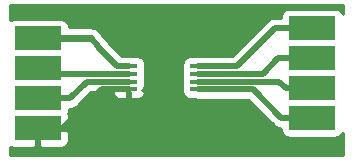
<source format=gbr>
G04 #@! TF.GenerationSoftware,KiCad,Pcbnew,(5.1.5)-3*
G04 #@! TF.CreationDate,2021-10-12T15:59:54+02:00*
G04 #@! TF.ProjectId,RFID_Cosine,52464944-5f43-46f7-9369-6e652e6b6963,rev?*
G04 #@! TF.SameCoordinates,Original*
G04 #@! TF.FileFunction,Copper,L1,Top*
G04 #@! TF.FilePolarity,Positive*
%FSLAX46Y46*%
G04 Gerber Fmt 4.6, Leading zero omitted, Abs format (unit mm)*
G04 Created by KiCad (PCBNEW (5.1.5)-3) date 2021-10-12 15:59:54*
%MOMM*%
%LPD*%
G04 APERTURE LIST*
%ADD10R,4.000000X2.000000*%
%ADD11R,1.450000X0.450000*%
%ADD12C,0.600000*%
%ADD13C,0.500000*%
%ADD14C,0.254000*%
G04 APERTURE END LIST*
D10*
X125000000Y-103500000D03*
X125000000Y-106040000D03*
X125000000Y-108580000D03*
X125000000Y-111120000D03*
X148250000Y-102630000D03*
X148250000Y-105170000D03*
X148250000Y-107710000D03*
X148250000Y-110250000D03*
D11*
X132725001Y-105850001D03*
X132725001Y-106500001D03*
X132725001Y-107150001D03*
X132725001Y-107800001D03*
X138625001Y-107800001D03*
X138625001Y-107150001D03*
X138625001Y-106500001D03*
X138625001Y-105850001D03*
D12*
X129500000Y-103500000D02*
X125000000Y-103500000D01*
D13*
X132725001Y-105850001D02*
X131750001Y-105850001D01*
X131750001Y-105850001D02*
X130150000Y-104250000D01*
X130150000Y-104150000D02*
X129500000Y-103500000D01*
X130150000Y-104250000D02*
X130150000Y-104150000D01*
X125460001Y-106500001D02*
X125000000Y-106040000D01*
X132725001Y-106500001D02*
X125460001Y-106500001D01*
X132725001Y-107150001D02*
X129199999Y-107150001D01*
X127770000Y-108580000D02*
X125000000Y-108580000D01*
X129199999Y-107150001D02*
X127770000Y-108580000D01*
X132725001Y-107800001D02*
X130449999Y-107800001D01*
X127130000Y-111120000D02*
X125000000Y-111120000D01*
X130449999Y-107800001D02*
X127130000Y-111120000D01*
X138625001Y-105850001D02*
X141849999Y-105850001D01*
X145070000Y-102630000D02*
X148250000Y-102630000D01*
X141849999Y-105850001D02*
X145070000Y-102630000D01*
X138625001Y-106500001D02*
X144049999Y-106500001D01*
X145380000Y-105170000D02*
X148250000Y-105170000D01*
X144049999Y-106500001D02*
X145380000Y-105170000D01*
X138625001Y-107150001D02*
X145450001Y-107150001D01*
X146010000Y-107710000D02*
X148250000Y-107710000D01*
X145450001Y-107150001D02*
X146010000Y-107710000D01*
X138625001Y-107800001D02*
X143200001Y-107800001D01*
X145650000Y-110250000D02*
X148250000Y-110250000D01*
X143200001Y-107800001D02*
X145650000Y-110250000D01*
D14*
G36*
X150840001Y-101387465D02*
G01*
X150839502Y-101385820D01*
X150780537Y-101275506D01*
X150701185Y-101178815D01*
X150604494Y-101099463D01*
X150494180Y-101040498D01*
X150374482Y-101004188D01*
X150250000Y-100991928D01*
X146250000Y-100991928D01*
X146125518Y-101004188D01*
X146005820Y-101040498D01*
X145895506Y-101099463D01*
X145798815Y-101178815D01*
X145719463Y-101275506D01*
X145660498Y-101385820D01*
X145624188Y-101505518D01*
X145611928Y-101630000D01*
X145611928Y-101745000D01*
X145113466Y-101745000D01*
X145069999Y-101740719D01*
X145026533Y-101745000D01*
X145026523Y-101745000D01*
X144896510Y-101757805D01*
X144729687Y-101808411D01*
X144575941Y-101890589D01*
X144575939Y-101890590D01*
X144575940Y-101890590D01*
X144474953Y-101973468D01*
X144474951Y-101973470D01*
X144441183Y-102001183D01*
X144413470Y-102034951D01*
X141483421Y-104965001D01*
X138581524Y-104965001D01*
X138451511Y-104977806D01*
X138421437Y-104986929D01*
X137900001Y-104986929D01*
X137775519Y-104999189D01*
X137655821Y-105035499D01*
X137545507Y-105094464D01*
X137448816Y-105173816D01*
X137369464Y-105270507D01*
X137310499Y-105380821D01*
X137274189Y-105500519D01*
X137261929Y-105625001D01*
X137261929Y-106075001D01*
X137271778Y-106175001D01*
X137261929Y-106275001D01*
X137261929Y-106725001D01*
X137271778Y-106825000D01*
X137261929Y-106925001D01*
X137261929Y-107375001D01*
X137271778Y-107475001D01*
X137261929Y-107575001D01*
X137261929Y-108025001D01*
X137274189Y-108149483D01*
X137310499Y-108269181D01*
X137369464Y-108379495D01*
X137448816Y-108476186D01*
X137545507Y-108555538D01*
X137655821Y-108614503D01*
X137775519Y-108650813D01*
X137900001Y-108663073D01*
X138421437Y-108663073D01*
X138451511Y-108672196D01*
X138581524Y-108685001D01*
X142833423Y-108685001D01*
X144993470Y-110845049D01*
X145021183Y-110878817D01*
X145054951Y-110906530D01*
X145054953Y-110906532D01*
X145155941Y-110989411D01*
X145309687Y-111071589D01*
X145476510Y-111122195D01*
X145606523Y-111135000D01*
X145606531Y-111135000D01*
X145611928Y-111135532D01*
X145611928Y-111250000D01*
X145624188Y-111374482D01*
X145660498Y-111494180D01*
X145719463Y-111604494D01*
X145798815Y-111701185D01*
X145895506Y-111780537D01*
X146005820Y-111839502D01*
X146125518Y-111875812D01*
X146250000Y-111888072D01*
X150250000Y-111888072D01*
X150374482Y-111875812D01*
X150494180Y-111839502D01*
X150604494Y-111780537D01*
X150701185Y-111701185D01*
X150780537Y-111604494D01*
X150839502Y-111494180D01*
X150840000Y-111492538D01*
X150840000Y-113340000D01*
X122660000Y-113340000D01*
X122660000Y-112658284D01*
X122755820Y-112709502D01*
X122875518Y-112745812D01*
X123000000Y-112758072D01*
X124714250Y-112755000D01*
X124873000Y-112596250D01*
X124873000Y-111247000D01*
X125127000Y-111247000D01*
X125127000Y-112596250D01*
X125285750Y-112755000D01*
X127000000Y-112758072D01*
X127124482Y-112745812D01*
X127244180Y-112709502D01*
X127354494Y-112650537D01*
X127451185Y-112571185D01*
X127530537Y-112474494D01*
X127589502Y-112364180D01*
X127625812Y-112244482D01*
X127638072Y-112120000D01*
X127635000Y-111405750D01*
X127476250Y-111247000D01*
X125127000Y-111247000D01*
X124873000Y-111247000D01*
X124853000Y-111247000D01*
X124853000Y-110993000D01*
X124873000Y-110993000D01*
X124873000Y-110973000D01*
X125127000Y-110973000D01*
X125127000Y-110993000D01*
X127476250Y-110993000D01*
X127635000Y-110834250D01*
X127638072Y-110120000D01*
X127625812Y-109995518D01*
X127589502Y-109875820D01*
X127575701Y-109850000D01*
X127589502Y-109824180D01*
X127625812Y-109704482D01*
X127638072Y-109580000D01*
X127638072Y-109465000D01*
X127726531Y-109465000D01*
X127770000Y-109469281D01*
X127813469Y-109465000D01*
X127813477Y-109465000D01*
X127943490Y-109452195D01*
X128110313Y-109401589D01*
X128264059Y-109319411D01*
X128398817Y-109208817D01*
X128426534Y-109175044D01*
X129566578Y-108035001D01*
X131386751Y-108035001D01*
X131365001Y-108056751D01*
X131376157Y-108158997D01*
X131414286Y-108278128D01*
X131474923Y-108387532D01*
X131555738Y-108483004D01*
X131653626Y-108560875D01*
X131764826Y-108618152D01*
X131885062Y-108652635D01*
X132009716Y-108662999D01*
X132439251Y-108660001D01*
X132598001Y-108501251D01*
X132598001Y-108035001D01*
X132768478Y-108035001D01*
X132852001Y-108026775D01*
X132852001Y-108501251D01*
X133010751Y-108660001D01*
X133440286Y-108662999D01*
X133564940Y-108652635D01*
X133685176Y-108618152D01*
X133796376Y-108560875D01*
X133894264Y-108483004D01*
X133975079Y-108387532D01*
X134035716Y-108278128D01*
X134073845Y-108158997D01*
X134085001Y-108056751D01*
X133926251Y-107898001D01*
X133813679Y-107898001D01*
X133901186Y-107826186D01*
X133980538Y-107729495D01*
X134039503Y-107619181D01*
X134052754Y-107575498D01*
X134085001Y-107543251D01*
X134077906Y-107478228D01*
X134088073Y-107375001D01*
X134088073Y-106925001D01*
X134078224Y-106825000D01*
X134088073Y-106725001D01*
X134088073Y-106275001D01*
X134078224Y-106175001D01*
X134088073Y-106075001D01*
X134088073Y-105625001D01*
X134075813Y-105500519D01*
X134039503Y-105380821D01*
X133980538Y-105270507D01*
X133901186Y-105173816D01*
X133804495Y-105094464D01*
X133694181Y-105035499D01*
X133574483Y-104999189D01*
X133450001Y-104986929D01*
X132928565Y-104986929D01*
X132898491Y-104977806D01*
X132768478Y-104965001D01*
X132116580Y-104965001D01*
X130976084Y-103824506D01*
X130971589Y-103809688D01*
X130889411Y-103655941D01*
X130860886Y-103621183D01*
X130806532Y-103554953D01*
X130806530Y-103554951D01*
X130778817Y-103521183D01*
X130745049Y-103493470D01*
X130340413Y-103088834D01*
X130281186Y-102978028D01*
X130164344Y-102835656D01*
X130021972Y-102718814D01*
X129859540Y-102631993D01*
X129683292Y-102578529D01*
X129545932Y-102565000D01*
X127638072Y-102565000D01*
X127638072Y-102500000D01*
X127625812Y-102375518D01*
X127589502Y-102255820D01*
X127530537Y-102145506D01*
X127451185Y-102048815D01*
X127354494Y-101969463D01*
X127244180Y-101910498D01*
X127124482Y-101874188D01*
X127000000Y-101861928D01*
X123000000Y-101861928D01*
X122875518Y-101874188D01*
X122755820Y-101910498D01*
X122660000Y-101961716D01*
X122660000Y-100660000D01*
X150840001Y-100660000D01*
X150840001Y-101387465D01*
G37*
X150840001Y-101387465D02*
X150839502Y-101385820D01*
X150780537Y-101275506D01*
X150701185Y-101178815D01*
X150604494Y-101099463D01*
X150494180Y-101040498D01*
X150374482Y-101004188D01*
X150250000Y-100991928D01*
X146250000Y-100991928D01*
X146125518Y-101004188D01*
X146005820Y-101040498D01*
X145895506Y-101099463D01*
X145798815Y-101178815D01*
X145719463Y-101275506D01*
X145660498Y-101385820D01*
X145624188Y-101505518D01*
X145611928Y-101630000D01*
X145611928Y-101745000D01*
X145113466Y-101745000D01*
X145069999Y-101740719D01*
X145026533Y-101745000D01*
X145026523Y-101745000D01*
X144896510Y-101757805D01*
X144729687Y-101808411D01*
X144575941Y-101890589D01*
X144575939Y-101890590D01*
X144575940Y-101890590D01*
X144474953Y-101973468D01*
X144474951Y-101973470D01*
X144441183Y-102001183D01*
X144413470Y-102034951D01*
X141483421Y-104965001D01*
X138581524Y-104965001D01*
X138451511Y-104977806D01*
X138421437Y-104986929D01*
X137900001Y-104986929D01*
X137775519Y-104999189D01*
X137655821Y-105035499D01*
X137545507Y-105094464D01*
X137448816Y-105173816D01*
X137369464Y-105270507D01*
X137310499Y-105380821D01*
X137274189Y-105500519D01*
X137261929Y-105625001D01*
X137261929Y-106075001D01*
X137271778Y-106175001D01*
X137261929Y-106275001D01*
X137261929Y-106725001D01*
X137271778Y-106825000D01*
X137261929Y-106925001D01*
X137261929Y-107375001D01*
X137271778Y-107475001D01*
X137261929Y-107575001D01*
X137261929Y-108025001D01*
X137274189Y-108149483D01*
X137310499Y-108269181D01*
X137369464Y-108379495D01*
X137448816Y-108476186D01*
X137545507Y-108555538D01*
X137655821Y-108614503D01*
X137775519Y-108650813D01*
X137900001Y-108663073D01*
X138421437Y-108663073D01*
X138451511Y-108672196D01*
X138581524Y-108685001D01*
X142833423Y-108685001D01*
X144993470Y-110845049D01*
X145021183Y-110878817D01*
X145054951Y-110906530D01*
X145054953Y-110906532D01*
X145155941Y-110989411D01*
X145309687Y-111071589D01*
X145476510Y-111122195D01*
X145606523Y-111135000D01*
X145606531Y-111135000D01*
X145611928Y-111135532D01*
X145611928Y-111250000D01*
X145624188Y-111374482D01*
X145660498Y-111494180D01*
X145719463Y-111604494D01*
X145798815Y-111701185D01*
X145895506Y-111780537D01*
X146005820Y-111839502D01*
X146125518Y-111875812D01*
X146250000Y-111888072D01*
X150250000Y-111888072D01*
X150374482Y-111875812D01*
X150494180Y-111839502D01*
X150604494Y-111780537D01*
X150701185Y-111701185D01*
X150780537Y-111604494D01*
X150839502Y-111494180D01*
X150840000Y-111492538D01*
X150840000Y-113340000D01*
X122660000Y-113340000D01*
X122660000Y-112658284D01*
X122755820Y-112709502D01*
X122875518Y-112745812D01*
X123000000Y-112758072D01*
X124714250Y-112755000D01*
X124873000Y-112596250D01*
X124873000Y-111247000D01*
X125127000Y-111247000D01*
X125127000Y-112596250D01*
X125285750Y-112755000D01*
X127000000Y-112758072D01*
X127124482Y-112745812D01*
X127244180Y-112709502D01*
X127354494Y-112650537D01*
X127451185Y-112571185D01*
X127530537Y-112474494D01*
X127589502Y-112364180D01*
X127625812Y-112244482D01*
X127638072Y-112120000D01*
X127635000Y-111405750D01*
X127476250Y-111247000D01*
X125127000Y-111247000D01*
X124873000Y-111247000D01*
X124853000Y-111247000D01*
X124853000Y-110993000D01*
X124873000Y-110993000D01*
X124873000Y-110973000D01*
X125127000Y-110973000D01*
X125127000Y-110993000D01*
X127476250Y-110993000D01*
X127635000Y-110834250D01*
X127638072Y-110120000D01*
X127625812Y-109995518D01*
X127589502Y-109875820D01*
X127575701Y-109850000D01*
X127589502Y-109824180D01*
X127625812Y-109704482D01*
X127638072Y-109580000D01*
X127638072Y-109465000D01*
X127726531Y-109465000D01*
X127770000Y-109469281D01*
X127813469Y-109465000D01*
X127813477Y-109465000D01*
X127943490Y-109452195D01*
X128110313Y-109401589D01*
X128264059Y-109319411D01*
X128398817Y-109208817D01*
X128426534Y-109175044D01*
X129566578Y-108035001D01*
X131386751Y-108035001D01*
X131365001Y-108056751D01*
X131376157Y-108158997D01*
X131414286Y-108278128D01*
X131474923Y-108387532D01*
X131555738Y-108483004D01*
X131653626Y-108560875D01*
X131764826Y-108618152D01*
X131885062Y-108652635D01*
X132009716Y-108662999D01*
X132439251Y-108660001D01*
X132598001Y-108501251D01*
X132598001Y-108035001D01*
X132768478Y-108035001D01*
X132852001Y-108026775D01*
X132852001Y-108501251D01*
X133010751Y-108660001D01*
X133440286Y-108662999D01*
X133564940Y-108652635D01*
X133685176Y-108618152D01*
X133796376Y-108560875D01*
X133894264Y-108483004D01*
X133975079Y-108387532D01*
X134035716Y-108278128D01*
X134073845Y-108158997D01*
X134085001Y-108056751D01*
X133926251Y-107898001D01*
X133813679Y-107898001D01*
X133901186Y-107826186D01*
X133980538Y-107729495D01*
X134039503Y-107619181D01*
X134052754Y-107575498D01*
X134085001Y-107543251D01*
X134077906Y-107478228D01*
X134088073Y-107375001D01*
X134088073Y-106925001D01*
X134078224Y-106825000D01*
X134088073Y-106725001D01*
X134088073Y-106275001D01*
X134078224Y-106175001D01*
X134088073Y-106075001D01*
X134088073Y-105625001D01*
X134075813Y-105500519D01*
X134039503Y-105380821D01*
X133980538Y-105270507D01*
X133901186Y-105173816D01*
X133804495Y-105094464D01*
X133694181Y-105035499D01*
X133574483Y-104999189D01*
X133450001Y-104986929D01*
X132928565Y-104986929D01*
X132898491Y-104977806D01*
X132768478Y-104965001D01*
X132116580Y-104965001D01*
X130976084Y-103824506D01*
X130971589Y-103809688D01*
X130889411Y-103655941D01*
X130860886Y-103621183D01*
X130806532Y-103554953D01*
X130806530Y-103554951D01*
X130778817Y-103521183D01*
X130745049Y-103493470D01*
X130340413Y-103088834D01*
X130281186Y-102978028D01*
X130164344Y-102835656D01*
X130021972Y-102718814D01*
X129859540Y-102631993D01*
X129683292Y-102578529D01*
X129545932Y-102565000D01*
X127638072Y-102565000D01*
X127638072Y-102500000D01*
X127625812Y-102375518D01*
X127589502Y-102255820D01*
X127530537Y-102145506D01*
X127451185Y-102048815D01*
X127354494Y-101969463D01*
X127244180Y-101910498D01*
X127124482Y-101874188D01*
X127000000Y-101861928D01*
X123000000Y-101861928D01*
X122875518Y-101874188D01*
X122755820Y-101910498D01*
X122660000Y-101961716D01*
X122660000Y-100660000D01*
X150840001Y-100660000D01*
X150840001Y-101387465D01*
M02*

</source>
